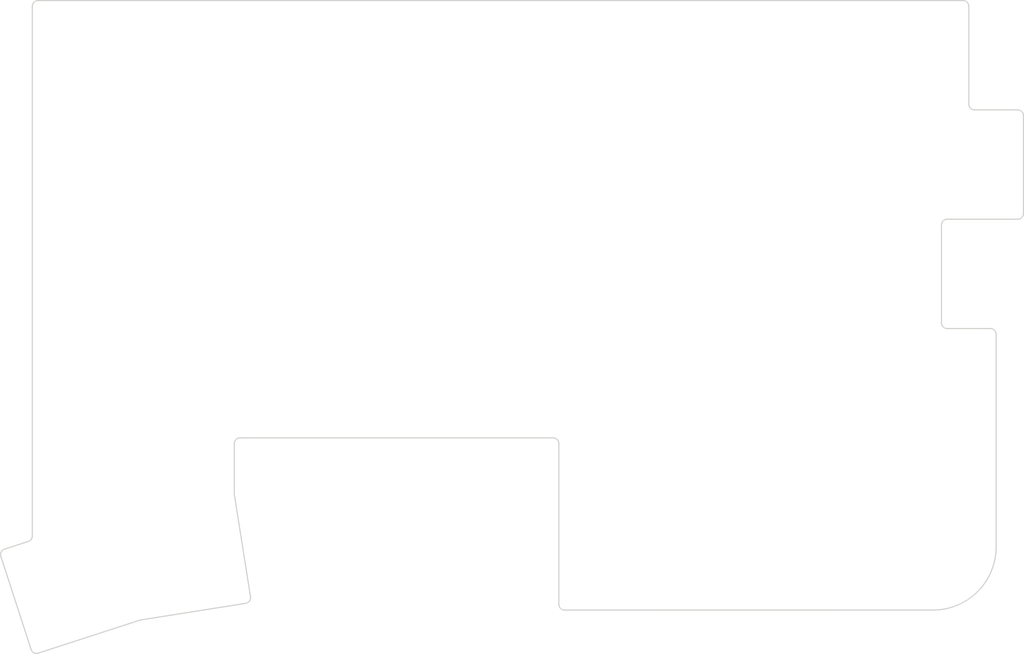
<source format=kicad_pcb>
(kicad_pcb (version 20221018) (generator pcbnew)
  (layers (0 "F.Cu" signal) (31 "B.Cu" signal) (34 "B.Paste" user) (35 "F.Paste" user) (36 "B.SilkS" user "B.Silkscreen") (37 "F.SilkS" user "F.Silkscreen") (38 "B.Mask" user) (39 "F.Mask" user) (44 "Edge.Cuts" user))
  (net 0 "")
  (footprint "MountingHole:MountingHole_2.2mm_M2" (layer "F.Cu") (at 195.25 114.24)
    (fp_text reference "REF**" hide)
    (fp_text value "MountingHole_2.2mm_M2" hide)
    (pad "" np_thru_hole circle locked (at 0 0) (size 2.2 2.2) (drill 2.2) (layers "F&B.Cu" "*.Mask"))
  )
  (footprint "MountingHole:MountingHole_2.2mm_M2" (layer "F.Cu") (at 161.925 57.658)
    (fp_text reference "REF**" hide)
    (fp_text value "MountingHole_2.2mm_M2" hide)
    (pad "" np_thru_hole circle locked (at 0 0) (size 2.2 2.2) (drill 2.2) (layers "F&B.Cu" "*.Mask"))
  )
  (footprint "MountingHole:MountingHole_2.2mm_M2" (layer "F.Cu") (at 62.33 134.25)
    (fp_text reference "REF**" hide)
    (fp_text value "MountingHole_2.2mm_M2" hide)
    (pad "" np_thru_hole circle locked (at 0 0) (size 2.2 2.2) (drill 2.2) (layers "F&B.Cu" "*.Mask"))
  )
  (footprint "MountingHole:MountingHole_2.2mm_M2" (layer "F.Cu") (at 200.025 57.6326)
    (fp_text reference "REF**" hide)
    (fp_text value "MountingHole_2.2mm_M2" hide)
    (pad "" np_thru_hole circle locked (at 0 0) (size 2.2 2.2) (drill 2.2) (layers "F&B.Cu" "*.Mask"))
  )
  (footprint "MountingHole:MountingHole_2.2mm_M2" (layer "F.Cu") (at 176.2 114.3)
    (fp_text reference "REF**" hide)
    (fp_text value "MountingHole_2.2mm_M2" hide)
    (pad "" np_thru_hole circle locked (at 0 0) (size 2.2 2.2) (drill 2.2) (layers "F&B.Cu" "*.Mask"))
  )
  (footprint "MountingHole:MountingHole_2.2mm_M2" (layer "F.Cu") (at 85.725 57.658)
    (fp_text reference "REF**" hide)
    (fp_text value "MountingHole_2.2mm_M2" hide)
    (pad "" np_thru_hole circle locked (at 0 0) (size 2.2 2.2) (drill 2.2) (layers "*.Cu" "*.Mask"))
  )
  (footprint "MountingHole:MountingHole_2.2mm_M2" (layer "F.Cu") (at 67.79 124.49)
    (fp_text reference "REF**" hide)
    (fp_text value "MountingHole_2.2mm_M2" hide)
    (pad "" np_thru_hole circle locked (at 0 0) (size 2.2 2.2) (drill 2.2) (layers "F&B.Cu" "*.Mask"))
  )
  (footprint "MountingHole:MountingHole_2.2mm_M2" (layer "F.Cu") (at 50.8 128.9)
    (fp_text reference "REF**" hide)
    (fp_text value "MountingHole_2.2mm_M2" hide)
    (pad "" np_thru_hole circle locked (at 0 0) (size 2.2 2.2) (drill 2.2) (layers "F&B.Cu" "*.Mask"))
  )
  (footprint "MountingHole:MountingHole_2.2mm_M2" (layer "F.Cu") (at 185.73 94.76)
    (fp_text reference "REF**" hide)
    (fp_text value "MountingHole_2.2mm_M2" hide)
    (pad "" np_thru_hole circle locked (at 0 0) (size 2.2 2.2) (drill 2.2) (layers "F&B.Cu" "*.Mask"))
  )
  (footprint "MountingHole:MountingHole_2.2mm_M2" (layer "F.Cu") (at 138.1252 95.7326)
    (fp_text reference "REF**" hide)
    (fp_text value "MountingHole_2.2mm_M2" hide)
    (pad "" np_thru_hole circle locked (at 0 0) (size 2.2 2.2) (drill 2.2) (layers "F&B.Cu" "*.Mask"))
  )
  (footprint "MountingHole:MountingHole_2.2mm_M2" (layer "F.Cu") (at 123.825 57.658)
    (fp_text reference "REF**" hide)
    (fp_text value "MountingHole_2.2mm_M2" hide)
    (pad "" np_thru_hole circle locked (at 0 0) (size 2.2 2.2) (drill 2.2) (layers "F&B.Cu" "*.Mask"))
  )
  (footprint "MountingHole:MountingHole_2.2mm_M2" (layer "F.Cu") (at 90.4748 94.742)
    (fp_text reference "REF**" hide)
    (fp_text value "MountingHole_2.2mm_M2" hide)
    (pad "" np_thru_hole circle locked (at 0 0) (size 2.2 2.2) (drill 2.2) (layers "F&B.Cu" "*.Mask"))
  )
  (footprint "MountingHole:MountingHole_2.2mm_M2" (layer "F.Cu") (at 147.66 76.68)
    (fp_text reference "REF**" hide)
    (fp_text value "MountingHole_2.2mm_M2" hide)
    (pad "" np_thru_hole circle locked (at 0 0) (size 2.2 2.2) (drill 2.2) (layers "F&B.Cu" "*.Mask"))
  )
  (gr_line locked (start 208.55027 38.093497) (end 47.36187 38.093497) (stroke (width 0.2)) (layer "Edge.Cuts"))
  (gr_line locked (start 138.11277 115.299015) (end 138.11277 143.298939) (stroke (width 0.2)) (layer "Edge.Cuts"))
  (gr_arc locked (start 214.31277 133.293884) (mid 211.091259 141.071768) (end 203.313636 144.293884) (stroke (width 0.2)) (layer "Edge.Cuts"))
  (gr_line locked (start 139.112849 144.298939) (end 203.313636 144.293884) (stroke (width 0.2)) (layer "Edge.Cuts"))
  (gr_line locked (start 82.561324 114.299007) (end 137.11277 114.299015) (stroke (width 0.2)) (layer "Edge.Cuts"))
  (gr_line locked (start 205.78777 76.193496) (end 218.07527 76.193498) (stroke (width 0.2)) (layer "Edge.Cuts"))
  (gr_arc locked (start 210.55027 57.1435) (mid 209.843166 56.850606) (end 209.55027 56.1435) (stroke (width 0.2)) (layer "Edge.Cuts"))
  (gr_line locked (start 209.55027 56.1435) (end 209.55027 39.093497) (stroke (width 0.2)) (layer "Edge.Cuts"))
  (gr_arc locked (start 204.78777 77.193496) (mid 205.080667 76.486397) (end 205.78777 76.193496) (stroke (width 0.2)) (layer "Edge.Cuts"))
  (gr_arc locked (start 208.55027 38.093497) (mid 209.257381 38.38639) (end 209.55027 39.093497) (stroke (width 0.2)) (layer "Edge.Cuts"))
  (gr_arc locked (start 205.78777 95.243498) (mid 205.080667 94.950604) (end 204.78777 94.243498) (stroke (width 0.2)) (layer "Edge.Cuts"))
  (gr_arc locked (start 219.07527 75.193498) (mid 218.78238 75.900611) (end 218.07527 76.193498) (stroke (width 0.2)) (layer "Edge.Cuts"))
  (gr_arc locked (start 47.409644 151.798897) (mid 46.646758 151.73871) (end 46.149824 151.156775) (stroke (width 0.2)) (layer "Edge.Cuts"))
  (gr_arc locked (start 218.07527 57.143497) (mid 218.782381 57.43639) (end 219.07527 58.143497) (stroke (width 0.2)) (layer "Edge.Cuts"))
  (gr_line locked (start 65.162981 146.035718) (end 83.553713 143.122912) (stroke (width 0.2)) (layer "Edge.Cuts"))
  (gr_line locked (start 46.36187 39.093497) (end 46.36187 131.382126) (stroke (width 0.2)) (layer "Edge.Cuts"))
  (gr_line locked (start 214.31277 133.293884) (end 214.31277 96.243496) (stroke (width 0.2)) (layer "Edge.Cuts"))
  (gr_arc locked (start 213.31277 95.243496) (mid 214.019881 95.536388) (end 214.31277 96.243496) (stroke (width 0.2)) (layer "Edge.Cuts"))
  (gr_line locked (start 84.384966 141.97879) (end 81.561324 124.151017) (stroke (width 0.2)) (layer "Edge.Cuts"))
  (gr_line locked (start 81.561324 124.151017) (end 81.561324 115.299007) (stroke (width 0.2)) (layer "Edge.Cuts"))
  (gr_arc locked (start 139.112849 144.298939) (mid 138.40568 144.006076) (end 138.11277 143.298939) (stroke (width 0.2)) (layer "Edge.Cuts"))
  (gr_arc locked (start 81.561324 115.299007) (mid 81.854215 114.591885) (end 82.561324 114.299007) (stroke (width 0.2)) (layer "Edge.Cuts"))
  (gr_arc locked (start 46.36187 39.093497) (mid 46.654767 38.386397) (end 47.36187 38.093497) (stroke (width 0.2)) (layer "Edge.Cuts"))
  (gr_line locked (start 219.07527 75.193498) (end 219.07527 58.143497) (stroke (width 0.2)) (layer "Edge.Cuts"))
  (gr_line locked (start 45.670893 132.333181) (end 41.523034 133.680928) (stroke (width 0.2)) (layer "Edge.Cuts"))
  (gr_line locked (start 213.31277 95.243496) (end 205.78777 95.243498) (stroke (width 0.2)) (layer "Edge.Cuts"))
  (gr_arc locked (start 40.881 134.941) (mid 40.941063 134.178008) (end 41.523034 133.680928) (stroke (width 0.2)) (layer "Edge.Cuts"))
  (gr_line locked (start 40.881 134.941) (end 46.149824 151.156775) (stroke (width 0.2)) (layer "Edge.Cuts"))
  (gr_line locked (start 204.78777 94.243498) (end 204.78777 77.193496) (stroke (width 0.2)) (layer "Edge.Cuts"))
  (gr_arc locked (start 46.36187 131.382126) (mid 46.170882 131.9699) (end 45.670893 132.333181) (stroke (width 0.2)) (layer "Edge.Cuts"))
  (gr_arc locked (start 137.11277 114.299015) (mid 137.819874 114.591909) (end 138.11277 115.299015) (stroke (width 0.2)) (layer "Edge.Cuts"))
  (gr_line locked (start 218.07527 57.143497) (end 210.55027 57.1435) (stroke (width 0.2)) (layer "Edge.Cuts"))
  (gr_arc locked (start 84.384966 141.97879) (mid 84.206288 142.723001) (end 83.553713 143.122912) (stroke (width 0.2)) (layer "Edge.Cuts"))
  (gr_line locked (start 47.409644 151.798897) (end 65.162981 146.035718) (stroke (width 0.2)) (layer "Edge.Cuts"))
)
</source>
